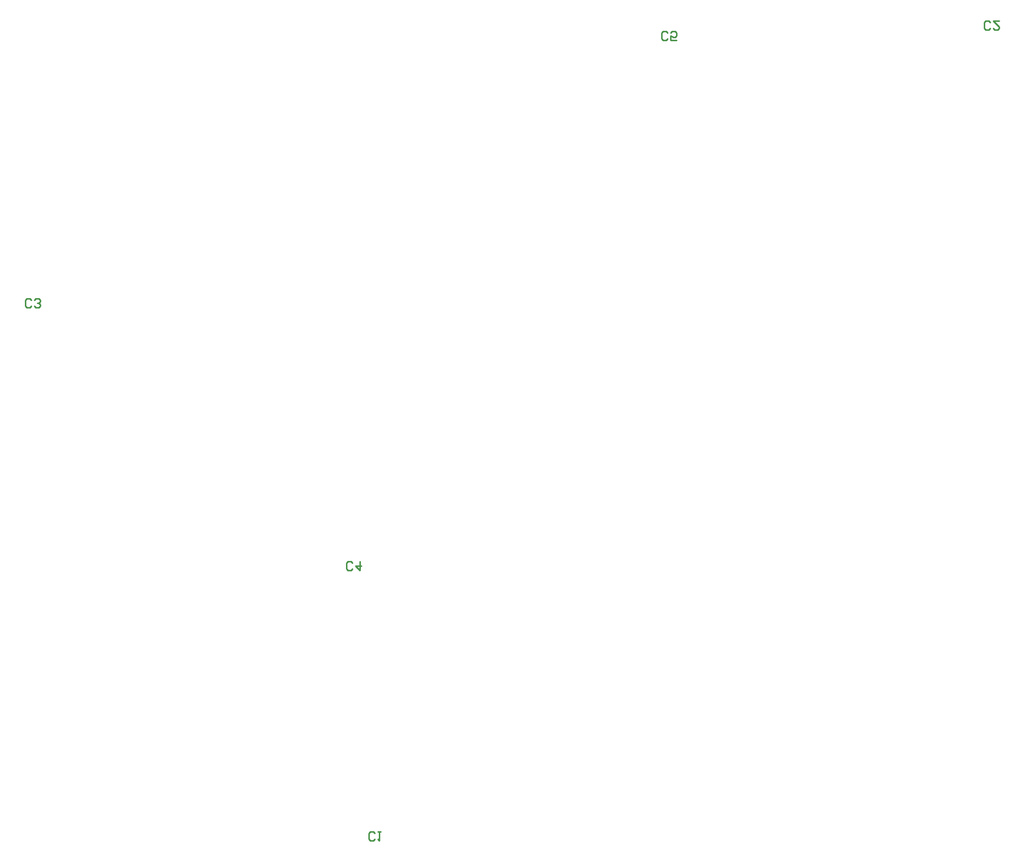
<source format=gbo>
G04*
G04 #@! TF.GenerationSoftware,Altium Limited,Altium Designer,25.2.1 (25)*
G04*
G04 Layer_Color=32896*
%FSAX44Y44*%
%MOMM*%
G71*
G04*
G04 #@! TF.SameCoordinates,962EF830-37C3-45C2-9A6A-2A16DDEA0E73*
G04*
G04*
G04 #@! TF.FilePolarity,Positive*
G04*
G01*
G75*
%ADD12C,0.2540*%
D12*
X01108750Y00667671D02*
X01106211Y00665132D01*
X01101133D01*
X01098593Y00667671D01*
Y00677828D01*
X01101133Y00680367D01*
X01106211D01*
X01108750Y00677828D01*
X01113829Y00680367D02*
X01118907D01*
X01116368D01*
Y00665132D01*
X01113829Y00667671D01*
X01607604Y02031687D02*
X01605065Y02029148D01*
X01599986D01*
X01597447Y02031687D01*
Y02041844D01*
X01599986Y02044383D01*
X01605065D01*
X01607604Y02041844D01*
X01622839Y02029148D02*
X01612682D01*
Y02036765D01*
X01617760Y02034226D01*
X01620300D01*
X01622839Y02036765D01*
Y02041844D01*
X01620300Y02044383D01*
X01615221D01*
X01612682Y02041844D01*
X01070354Y01128187D02*
X01067814Y01125648D01*
X01062736D01*
X01060197Y01128187D01*
Y01138344D01*
X01062736Y01140883D01*
X01067814D01*
X01070354Y01138344D01*
X01083050Y01140883D02*
Y01125648D01*
X01075432Y01133266D01*
X01085589D01*
X00523354Y01576437D02*
X00520815Y01573898D01*
X00515736D01*
X00513197Y01576437D01*
Y01586594D01*
X00515736Y01589133D01*
X00520815D01*
X00523354Y01586594D01*
X00528432Y01576437D02*
X00530971Y01573898D01*
X00536050D01*
X00538589Y01576437D01*
Y01578976D01*
X00536050Y01581515D01*
X00533510D01*
X00536050D01*
X00538589Y01584055D01*
Y01586594D01*
X00536050Y01589133D01*
X00530971D01*
X00528432Y01586594D01*
X02156854Y02049187D02*
X02154315Y02046648D01*
X02149236D01*
X02146697Y02049187D01*
Y02059344D01*
X02149236Y02061883D01*
X02154315D01*
X02156854Y02059344D01*
X02172089Y02061883D02*
X02161932D01*
X02172089Y02051726D01*
Y02049187D01*
X02169550Y02046648D01*
X02164471D01*
X02161932Y02049187D01*
M02*

</source>
